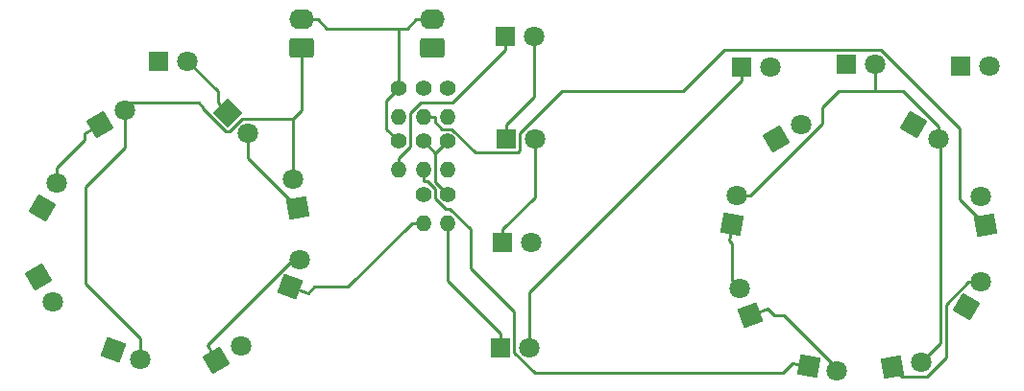
<source format=gbr>
%TF.GenerationSoftware,KiCad,Pcbnew,(6.0.7-1)-1*%
%TF.CreationDate,2023-11-12T08:24:24+10:00*%
%TF.ProjectId,HYD ISO Panel PCB V2,48594420-4953-44f2-9050-616e656c2050,rev?*%
%TF.SameCoordinates,Original*%
%TF.FileFunction,Copper,L2,Bot*%
%TF.FilePolarity,Positive*%
%FSLAX46Y46*%
G04 Gerber Fmt 4.6, Leading zero omitted, Abs format (unit mm)*
G04 Created by KiCad (PCBNEW (6.0.7-1)-1) date 2023-11-12 08:24:24*
%MOMM*%
%LPD*%
G01*
G04 APERTURE LIST*
G04 Aperture macros list*
%AMRoundRect*
0 Rectangle with rounded corners*
0 $1 Rounding radius*
0 $2 $3 $4 $5 $6 $7 $8 $9 X,Y pos of 4 corners*
0 Add a 4 corners polygon primitive as box body*
4,1,4,$2,$3,$4,$5,$6,$7,$8,$9,$2,$3,0*
0 Add four circle primitives for the rounded corners*
1,1,$1+$1,$2,$3*
1,1,$1+$1,$4,$5*
1,1,$1+$1,$6,$7*
1,1,$1+$1,$8,$9*
0 Add four rect primitives between the rounded corners*
20,1,$1+$1,$2,$3,$4,$5,0*
20,1,$1+$1,$4,$5,$6,$7,0*
20,1,$1+$1,$6,$7,$8,$9,0*
20,1,$1+$1,$8,$9,$2,$3,0*%
%AMRotRect*
0 Rectangle, with rotation*
0 The origin of the aperture is its center*
0 $1 length*
0 $2 width*
0 $3 Rotation angle, in degrees counterclockwise*
0 Add horizontal line*
21,1,$1,$2,0,0,$3*%
G04 Aperture macros list end*
%TA.AperFunction,ComponentPad*%
%ADD10R,1.800000X1.800000*%
%TD*%
%TA.AperFunction,ComponentPad*%
%ADD11C,1.800000*%
%TD*%
%TA.AperFunction,ComponentPad*%
%ADD12RotRect,1.800000X1.800000X315.000000*%
%TD*%
%TA.AperFunction,ComponentPad*%
%ADD13RotRect,1.800000X1.800000X100.000000*%
%TD*%
%TA.AperFunction,ComponentPad*%
%ADD14RotRect,1.800000X1.800000X70.000000*%
%TD*%
%TA.AperFunction,ComponentPad*%
%ADD15RotRect,1.800000X1.800000X30.000000*%
%TD*%
%TA.AperFunction,ComponentPad*%
%ADD16RotRect,1.800000X1.800000X340.000000*%
%TD*%
%TA.AperFunction,ComponentPad*%
%ADD17RotRect,1.800000X1.800000X300.000000*%
%TD*%
%TA.AperFunction,ComponentPad*%
%ADD18RotRect,1.800000X1.800000X60.000000*%
%TD*%
%TA.AperFunction,ComponentPad*%
%ADD19RotRect,1.800000X1.800000X330.000000*%
%TD*%
%TA.AperFunction,ComponentPad*%
%ADD20RotRect,1.800000X1.800000X80.000000*%
%TD*%
%TA.AperFunction,ComponentPad*%
%ADD21RotRect,1.800000X1.800000X110.000000*%
%TD*%
%TA.AperFunction,ComponentPad*%
%ADD22RotRect,1.800000X1.800000X350.000000*%
%TD*%
%TA.AperFunction,ComponentPad*%
%ADD23RotRect,1.800000X1.800000X10.000000*%
%TD*%
%TA.AperFunction,ComponentPad*%
%ADD24RoundRect,0.250000X0.845000X-0.620000X0.845000X0.620000X-0.845000X0.620000X-0.845000X-0.620000X0*%
%TD*%
%TA.AperFunction,ComponentPad*%
%ADD25O,2.190000X1.740000*%
%TD*%
%TA.AperFunction,ComponentPad*%
%ADD26C,1.400000*%
%TD*%
%TA.AperFunction,ComponentPad*%
%ADD27O,1.400000X1.400000*%
%TD*%
%TA.AperFunction,Conductor*%
%ADD28C,0.250000*%
%TD*%
G04 APERTURE END LIST*
D10*
%TO.P,D1,1,K*%
%TO.N,Net-(D1-Pad1)*%
X90425000Y-68150000D03*
D11*
%TO.P,D1,2,A*%
%TO.N,Net-(D1-Pad2)*%
X92965000Y-68150000D03*
%TD*%
D12*
%TO.P,D2,1,K*%
%TO.N,Net-(D1-Pad2)*%
X96500000Y-72700000D03*
D11*
%TO.P,D2,2,A*%
%TO.N,Net-(D2-Pad2)*%
X98296051Y-74496051D03*
%TD*%
D13*
%TO.P,D3,1,K*%
%TO.N,Net-(D2-Pad2)*%
X102700000Y-81100000D03*
D11*
%TO.P,D3,2,A*%
%TO.N,/LED+12V*%
X102258934Y-78598588D03*
%TD*%
D14*
%TO.P,D4,1,K*%
%TO.N,Net-(D4-Pad1)*%
X102013900Y-88098100D03*
D11*
%TO.P,D4,2,A*%
%TO.N,Net-(D4-Pad2)*%
X102882631Y-85711281D03*
%TD*%
D15*
%TO.P,D5,1,K*%
%TO.N,Net-(D4-Pad2)*%
X95500000Y-94600000D03*
D11*
%TO.P,D5,2,A*%
%TO.N,Net-(D5-Pad2)*%
X97699705Y-93330000D03*
%TD*%
D16*
%TO.P,D6,1,K*%
%TO.N,Net-(D5-Pad2)*%
X86451900Y-93663900D03*
D11*
%TO.P,D6,2,A*%
%TO.N,/LED+12V*%
X88838719Y-94532631D03*
%TD*%
D17*
%TO.P,D7,1,K*%
%TO.N,Net-(D7-Pad1)*%
X79862500Y-87245800D03*
D11*
%TO.P,D7,2,A*%
%TO.N,Net-(D7-Pad2)*%
X81132500Y-89445505D03*
%TD*%
D18*
%TO.P,D8,1,K*%
%TO.N,Net-(D7-Pad2)*%
X80150000Y-81100000D03*
D11*
%TO.P,D8,2,A*%
%TO.N,Net-(D8-Pad2)*%
X81420000Y-78900295D03*
%TD*%
D15*
%TO.P,D9,1,K*%
%TO.N,Net-(D8-Pad2)*%
X85250000Y-73750000D03*
D11*
%TO.P,D9,2,A*%
%TO.N,/LED+12V*%
X87449705Y-72480000D03*
%TD*%
D10*
%TO.P,D10,1,K*%
%TO.N,Net-(D10-Pad1)*%
X120975000Y-65950000D03*
D11*
%TO.P,D10,2,A*%
%TO.N,Net-(D10-Pad2)*%
X123515000Y-65950000D03*
%TD*%
D10*
%TO.P,D11,1,K*%
%TO.N,Net-(D10-Pad2)*%
X121025000Y-75000000D03*
D11*
%TO.P,D11,2,A*%
%TO.N,Net-(D11-Pad2)*%
X123565000Y-75000000D03*
%TD*%
D10*
%TO.P,D12,1,K*%
%TO.N,Net-(D11-Pad2)*%
X120750000Y-84200000D03*
D11*
%TO.P,D12,2,A*%
%TO.N,/LED+12V*%
X123290000Y-84200000D03*
%TD*%
D10*
%TO.P,D13,1,K*%
%TO.N,Net-(D13-Pad1)*%
X120550000Y-93450000D03*
D11*
%TO.P,D13,2,A*%
%TO.N,Net-(D13-Pad2)*%
X123090000Y-93450000D03*
%TD*%
D10*
%TO.P,D14,1,K*%
%TO.N,Net-(D13-Pad2)*%
X141825000Y-68650000D03*
D11*
%TO.P,D14,2,A*%
%TO.N,Net-(D14-Pad2)*%
X144365000Y-68650000D03*
%TD*%
D10*
%TO.P,D15,1,K*%
%TO.N,Net-(D14-Pad2)*%
X151050000Y-68402000D03*
D11*
%TO.P,D15,2,A*%
%TO.N,/LED+12V*%
X153590000Y-68402000D03*
%TD*%
D10*
%TO.P,D16,1,K*%
%TO.N,Net-(D16-Pad1)*%
X161126000Y-68554400D03*
D11*
%TO.P,D16,2,A*%
%TO.N,Net-(D16-Pad2)*%
X163666000Y-68554400D03*
%TD*%
D15*
%TO.P,D17,1,K*%
%TO.N,Net-(D16-Pad2)*%
X144845800Y-75037500D03*
D11*
%TO.P,D17,2,A*%
%TO.N,Net-(D17-Pad2)*%
X147045505Y-73767500D03*
%TD*%
D19*
%TO.P,D18,1,K*%
%TO.N,Net-(D17-Pad2)*%
X156945800Y-73762500D03*
D11*
%TO.P,D18,2,A*%
%TO.N,/LED+12V*%
X159145505Y-75032500D03*
%TD*%
D20*
%TO.P,D24,1,K*%
%TO.N,Net-(D23-Pad2)*%
X140978600Y-82555600D03*
D11*
%TO.P,D24,2,A*%
%TO.N,/LED+12V*%
X141419666Y-80054188D03*
%TD*%
D13*
%TO.P,D19,1,K*%
%TO.N,Net-(D19-Pad1)*%
X163300000Y-82650000D03*
D11*
%TO.P,D19,2,A*%
%TO.N,Net-(D19-Pad2)*%
X162858934Y-80148588D03*
%TD*%
D21*
%TO.P,D23,1,K*%
%TO.N,Net-(D22-Pad2)*%
X142533200Y-90600000D03*
D11*
%TO.P,D23,2,A*%
%TO.N,Net-(D23-Pad2)*%
X141664469Y-88213181D03*
%TD*%
D18*
%TO.P,D20,1,K*%
%TO.N,Net-(D19-Pad2)*%
X161612500Y-89854200D03*
D11*
%TO.P,D20,2,A*%
%TO.N,Net-(D20-Pad2)*%
X162882500Y-87654495D03*
%TD*%
D22*
%TO.P,D22,1,K*%
%TO.N,Net-(D22-Pad1)*%
X147725000Y-95100000D03*
D11*
%TO.P,D22,2,A*%
%TO.N,Net-(D22-Pad2)*%
X150226412Y-95541066D03*
%TD*%
D23*
%TO.P,D21,1,K*%
%TO.N,Net-(D20-Pad2)*%
X155125000Y-95200000D03*
D11*
%TO.P,D21,2,A*%
%TO.N,/LED+12V*%
X157626412Y-94758934D03*
%TD*%
D24*
%TO.P,J1,1,Pin_1*%
%TO.N,/LED+12V*%
X103019000Y-67004000D03*
D25*
%TO.P,J1,2,Pin_2*%
%TO.N,/LED-12V*%
X103019000Y-64464000D03*
%TD*%
D24*
%TO.P,J2,1,Pin_1*%
%TO.N,/LED+12V*%
X114525000Y-67004000D03*
D25*
%TO.P,J2,2,Pin_2*%
%TO.N,/LED-12V*%
X114525000Y-64464000D03*
%TD*%
D26*
%TO.P,R1,1*%
%TO.N,/LED-12V*%
X115900000Y-70580000D03*
D27*
%TO.P,R1,2*%
%TO.N,Net-(D1-Pad1)*%
X115900000Y-73120000D03*
%TD*%
D26*
%TO.P,R5,1*%
%TO.N,/LED-12V*%
X115900000Y-79900000D03*
D27*
%TO.P,R5,2*%
%TO.N,Net-(D13-Pad1)*%
X115900000Y-82440000D03*
%TD*%
D26*
%TO.P,R6,1*%
%TO.N,/LED-12V*%
X115900000Y-75230000D03*
D27*
%TO.P,R6,2*%
%TO.N,Net-(D16-Pad1)*%
X115900000Y-77770000D03*
%TD*%
D26*
%TO.P,R2,1*%
%TO.N,/LED-12V*%
X113750000Y-79900000D03*
D27*
%TO.P,R2,2*%
%TO.N,Net-(D4-Pad1)*%
X113750000Y-82440000D03*
%TD*%
D26*
%TO.P,R3,1*%
%TO.N,/LED-12V*%
X111600000Y-70580000D03*
D27*
%TO.P,R3,2*%
%TO.N,Net-(D7-Pad1)*%
X111600000Y-73120000D03*
%TD*%
D26*
%TO.P,R8,1*%
%TO.N,/LED-12V*%
X113750000Y-75230000D03*
D27*
%TO.P,R8,2*%
%TO.N,Net-(D22-Pad1)*%
X113750000Y-77770000D03*
%TD*%
D26*
%TO.P,R4,1*%
%TO.N,/LED-12V*%
X111600000Y-75230000D03*
D27*
%TO.P,R4,2*%
%TO.N,Net-(D10-Pad1)*%
X111600000Y-77770000D03*
%TD*%
D26*
%TO.P,R7,1*%
%TO.N,/LED-12V*%
X113750000Y-70580000D03*
D27*
%TO.P,R7,2*%
%TO.N,Net-(D19-Pad1)*%
X113750000Y-73120000D03*
%TD*%
D28*
%TO.N,Net-(D1-Pad2)*%
X95633600Y-70818600D02*
X92965000Y-68150000D01*
X96500000Y-72700000D02*
X95633600Y-71833600D01*
X95633600Y-71833600D02*
X95633600Y-70818600D01*
%TO.N,Net-(D2-Pad2)*%
X98296100Y-76696100D02*
X98296100Y-74496100D01*
X102700000Y-81100000D02*
X98296100Y-76696100D01*
%TO.N,Net-(D4-Pad2)*%
X95500000Y-92460400D02*
X102249100Y-85711300D01*
X95500000Y-94600000D02*
X94723200Y-93254600D01*
X95500000Y-92477800D02*
X95500000Y-92460400D01*
X94723200Y-93254600D02*
X95500000Y-92477800D01*
X102249100Y-85711300D02*
X102882600Y-85711300D01*
%TO.N,Net-(D8-Pad2)*%
X81420000Y-77580000D02*
X81420000Y-78900300D01*
X83904600Y-75095400D02*
X81420000Y-77580000D01*
X85250000Y-73750000D02*
X83904600Y-74526800D01*
X83904600Y-74526800D02*
X83904600Y-75095400D01*
%TO.N,/LED+12V*%
X102258900Y-73221600D02*
X103019000Y-72461500D01*
X87449700Y-75819300D02*
X83993700Y-79275300D01*
X87449700Y-72480000D02*
X87449700Y-75819300D01*
X153590000Y-70784700D02*
X150393400Y-70784700D01*
X103019000Y-72461500D02*
X103019000Y-67004000D01*
X142560100Y-80054200D02*
X141419700Y-80054200D01*
X83993700Y-79275300D02*
X83993700Y-87771200D01*
X96312800Y-74316800D02*
X96679300Y-74316800D01*
X159329400Y-75216400D02*
X159145500Y-75032500D01*
X153590000Y-70784700D02*
X153590000Y-68402000D01*
X94343700Y-72193500D02*
X94343700Y-72347700D01*
X88838700Y-92616200D02*
X88838700Y-94532600D01*
X157626400Y-94758900D02*
X159329400Y-93055900D01*
X148922100Y-72256000D02*
X148922100Y-73692200D01*
X94343700Y-72347700D02*
X96312800Y-74316800D01*
X88080600Y-71849100D02*
X93999300Y-71849100D01*
X97774500Y-73221600D02*
X102258900Y-73221600D01*
X159329400Y-93055900D02*
X159329400Y-75216400D01*
X83993700Y-87771200D02*
X88838700Y-92616200D01*
X159145500Y-73939400D02*
X159145500Y-75032500D01*
X87449700Y-72480000D02*
X88080600Y-71849100D01*
X93999300Y-71849100D02*
X94343700Y-72193500D01*
X96679300Y-74316800D02*
X97774500Y-73221600D01*
X148922100Y-73692200D02*
X142560100Y-80054200D01*
X150393400Y-70784700D02*
X148922100Y-72256000D01*
X153590000Y-70784700D02*
X155990800Y-70784700D01*
X102258900Y-78598600D02*
X102258900Y-73221600D01*
X155990800Y-70784700D02*
X159145500Y-73939400D01*
%TO.N,Net-(D10-Pad2)*%
X121025000Y-75000000D02*
X121025000Y-73774700D01*
X121025000Y-73774700D02*
X123515000Y-71284700D01*
X123515000Y-71284700D02*
X123515000Y-65950000D01*
%TO.N,Net-(D11-Pad2)*%
X120750000Y-84200000D02*
X120750000Y-82974700D01*
X120750000Y-82974700D02*
X123565000Y-80159700D01*
X123565000Y-80159700D02*
X123565000Y-75000000D01*
%TO.N,Net-(D4-Pad1)*%
X103584400Y-88669600D02*
X103584400Y-88669700D01*
X104155900Y-88098100D02*
X103584400Y-88669600D01*
X113750000Y-82440000D02*
X112724700Y-82440000D01*
X102013900Y-88098100D02*
X103584400Y-88669700D01*
X112724700Y-82440000D02*
X107066600Y-88098100D01*
X107066600Y-88098100D02*
X104155900Y-88098100D01*
%TO.N,Net-(D13-Pad2)*%
X141825000Y-69875300D02*
X123090000Y-88610300D01*
X141825000Y-68650000D02*
X141825000Y-69875300D01*
X123090000Y-88610300D02*
X123090000Y-93450000D01*
%TO.N,Net-(D10-Pad1)*%
X113518500Y-71850000D02*
X116300300Y-71850000D01*
X112625300Y-75719400D02*
X112625300Y-72743200D01*
X112625300Y-72743200D02*
X113518500Y-71850000D01*
X111600000Y-77770000D02*
X111600000Y-76744700D01*
X111600000Y-76744700D02*
X112625300Y-75719400D01*
X116300300Y-71850000D02*
X120975000Y-67175300D01*
X120975000Y-65950000D02*
X120975000Y-67175300D01*
%TO.N,Net-(D20-Pad2)*%
X159795100Y-94343700D02*
X159795100Y-89642100D01*
X159795100Y-89642100D02*
X161782700Y-87654500D01*
X155125000Y-95200000D02*
X155924400Y-95999400D01*
X161782700Y-87654500D02*
X162882500Y-87654500D01*
X158139400Y-95999400D02*
X159795100Y-94343700D01*
X155924400Y-95999400D02*
X158139400Y-95999400D01*
%TO.N,Net-(D13-Pad1)*%
X115900000Y-83465300D02*
X115900000Y-87574700D01*
X120550000Y-93450000D02*
X120550000Y-92224700D01*
X115900000Y-87574700D02*
X120550000Y-92224700D01*
X115900000Y-82440000D02*
X115900000Y-83465300D01*
%TO.N,Net-(D22-Pad2)*%
X145522200Y-90600000D02*
X144675200Y-90600000D01*
X142533200Y-90600000D02*
X144103700Y-90028400D01*
X150226400Y-95541100D02*
X150226400Y-95304200D01*
X150226400Y-95304200D02*
X145522200Y-90600000D01*
X144103700Y-90028500D02*
X144103700Y-90028400D01*
X144675200Y-90600000D02*
X144103700Y-90028500D01*
%TO.N,Net-(D23-Pad2)*%
X140978600Y-82555600D02*
X140728400Y-83975100D01*
X141664500Y-88213200D02*
X140978600Y-87527300D01*
X140978600Y-87527300D02*
X140978600Y-84225300D01*
X140978600Y-84225300D02*
X140728400Y-83975100D01*
%TO.N,Net-(D19-Pad1)*%
X136632900Y-70787600D02*
X140263200Y-67157300D01*
X122250400Y-76059800D02*
X122250400Y-74541300D01*
X116265400Y-74145300D02*
X118345500Y-76225400D01*
X115416000Y-74145300D02*
X116265400Y-74145300D01*
X114775300Y-73120000D02*
X114775300Y-73504600D01*
X114775300Y-73504600D02*
X115416000Y-74145300D01*
X118345500Y-76225400D02*
X122084800Y-76225400D01*
X154087700Y-67157300D02*
X160999600Y-74069200D01*
X160999600Y-74069200D02*
X160999600Y-80349600D01*
X113750000Y-73120000D02*
X114775300Y-73120000D01*
X140263200Y-67157300D02*
X154087700Y-67157300D01*
X122250400Y-74541300D02*
X126004100Y-70787600D01*
X126004100Y-70787600D02*
X136632900Y-70787600D01*
X122084800Y-76225400D02*
X122250400Y-76059800D01*
X160999600Y-80349600D02*
X163300000Y-82650000D01*
%TO.N,Net-(D22-Pad1)*%
X121775400Y-90279600D02*
X121775400Y-93879800D01*
X121775400Y-93879800D02*
X123577000Y-95681400D01*
X113750000Y-78795300D02*
X114158400Y-78795300D01*
X117937500Y-83022600D02*
X117937500Y-86441700D01*
X114825000Y-80285600D02*
X115709400Y-81170000D01*
X116084900Y-81170000D02*
X117937500Y-83022600D01*
X145473900Y-95681400D02*
X146305500Y-94849800D01*
X117937500Y-86441700D02*
X121775400Y-90279600D01*
X147725000Y-95100000D02*
X146305500Y-94849800D01*
X114158400Y-78795300D02*
X114825000Y-79461900D01*
X115709400Y-81170000D02*
X116084900Y-81170000D01*
X114825000Y-79461900D02*
X114825000Y-80285600D01*
X123577000Y-95681400D02*
X145473900Y-95681400D01*
X113750000Y-77770000D02*
X113750000Y-78795300D01*
%TO.N,/LED-12V*%
X115900000Y-75230000D02*
X114825000Y-76305000D01*
X105243500Y-65268200D02*
X111600000Y-65268200D01*
X103019000Y-64464000D02*
X104439300Y-64464000D01*
X104439300Y-64464000D02*
X105243500Y-65268200D01*
X110515800Y-71664200D02*
X111600000Y-70580000D01*
X111600000Y-75230000D02*
X110515800Y-74145800D01*
X111600000Y-65268200D02*
X112300500Y-65268200D01*
X114825000Y-78825000D02*
X115900000Y-79900000D01*
X114525000Y-64464000D02*
X113104700Y-64464000D01*
X112300500Y-65268200D02*
X113104700Y-64464000D01*
X111600000Y-70580000D02*
X111600000Y-65268200D01*
X113750000Y-75230000D02*
X114825000Y-76305000D01*
X110515800Y-74145800D02*
X110515800Y-71664200D01*
X114825000Y-76305000D02*
X114825000Y-78825000D01*
%TD*%
M02*

</source>
